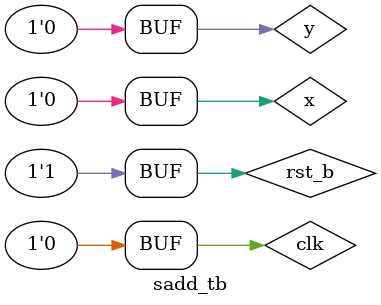
<source format=v>
module sadd(
  input clk, rst_b, x, y,
  output reg z
);
  // Se vor exemplifica etapa cu etapa pasii de implementare a unui FSM:
  //   de la definirea constantelor de stare, la determinarea numarului de biti 
  //   ai semnalelor st si st_nxt si pana la blocul always secvential care 
  //   actualizeaza starea curenta
  localparam S0=0, S1=1;
  reg st, st_nxt;
  always @ (*)
    case (st)
      S0: if (x&y)      st_nxt = S1;
          else          st_nxt = S0;
      S1: if (~x&(~y))  st_nxt = S0;
          else          st_nxt = S1;
    endcase
  always @ (*) begin
    z = 0;
    case (st)
      S0: if (x ^ y)    z = 1;
      S1: if (x ~^ y)   z = 1; 
    endcase
  end
  always @ (posedge clk, negedge rst_b)
    if (! rst_b)          st <= S0;
    else                  st <= st_nxt;
endmodule

module sadd_tb;
  reg clk, rst_b, x, y;
  wire z;
  sadd inst0(.clk(clk), .rst_b(rst_b), .x(x), .y(y), .z(z));
  localparam CLK_PERIOD=100; 
  localparam CLK_CYCLES=5;
  initial begin
    clk = 0;
    repeat (2*CLK_CYCLES)
      #(CLK_PERIOD/2) clk = 1 - clk;
  end
  localparam RST_PULSE=10;
  initial begin
    rst_b = 0;
    #(RST_PULSE) rst_b = 1;
  end
  initial begin
                    {x, y} = 'b01;
    #(1*CLK_PERIOD) {x, y} = 'b11;
    #(1*CLK_PERIOD) {x, y} = 'b10;
    #(1*CLK_PERIOD) {x, y} = 'b00;
  end
endmodule
</source>
